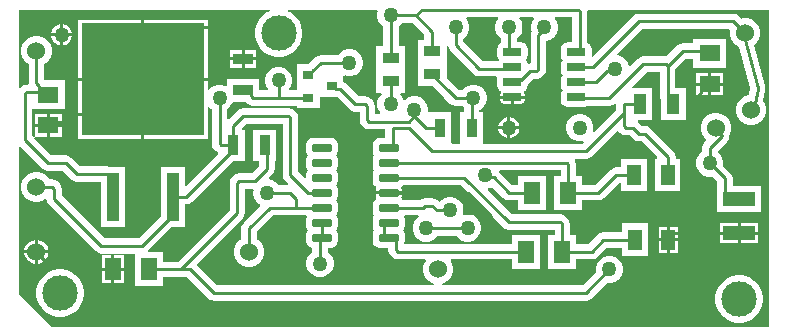
<source format=gtl>
G04*
G04 #@! TF.GenerationSoftware,Altium Limited,Altium Designer,23.2.1 (34)*
G04*
G04 Layer_Physical_Order=1*
G04 Layer_Color=255*
%FSLAX24Y24*%
%MOIN*%
G70*
G04*
G04 #@! TF.SameCoordinates,05F612E5-D9C9-4FC5-8177-6EA7AEB907BC*
G04*
G04*
G04 #@! TF.FilePolarity,Positive*
G04*
G01*
G75*
%ADD16R,0.1063X0.0472*%
%ADD17R,0.4114X0.3780*%
%ADD18R,0.0413X0.1614*%
%ADD19R,0.0709X0.0551*%
%ADD20R,0.0413X0.0669*%
G04:AMPARAMS|DCode=21|XSize=61mil|YSize=23.6mil|CornerRadius=2mil|HoleSize=0mil|Usage=FLASHONLY|Rotation=0.000|XOffset=0mil|YOffset=0mil|HoleType=Round|Shape=RoundedRectangle|*
%AMROUNDEDRECTD21*
21,1,0.0610,0.0196,0,0,0.0*
21,1,0.0570,0.0236,0,0,0.0*
1,1,0.0040,0.0285,-0.0098*
1,1,0.0040,-0.0285,-0.0098*
1,1,0.0040,-0.0285,0.0098*
1,1,0.0040,0.0285,0.0098*
%
%ADD21ROUNDEDRECTD21*%
%ADD22R,0.0534X0.0732*%
%ADD23R,0.0571X0.0374*%
%ADD24R,0.0354X0.0315*%
G04:AMPARAMS|DCode=25|XSize=25.6mil|YSize=65mil|CornerRadius=1.9mil|HoleSize=0mil|Usage=FLASHONLY|Rotation=90.000|XOffset=0mil|YOffset=0mil|HoleType=Round|Shape=RoundedRectangle|*
%AMROUNDEDRECTD25*
21,1,0.0256,0.0611,0,0,90.0*
21,1,0.0218,0.0650,0,0,90.0*
1,1,0.0038,0.0306,0.0109*
1,1,0.0038,0.0306,-0.0109*
1,1,0.0038,-0.0306,-0.0109*
1,1,0.0038,-0.0306,0.0109*
%
%ADD25ROUNDEDRECTD25*%
%ADD26R,0.0354X0.0630*%
%ADD27R,0.0376X0.0653*%
%ADD28R,0.0455X0.0692*%
%ADD29R,0.0653X0.0376*%
%ADD40C,0.0100*%
%ADD41C,0.0100*%
%ADD42C,0.1181*%
%ADD43C,0.0600*%
%ADD44C,0.0500*%
G36*
X16185Y9343D02*
X16174Y9332D01*
X16115Y9229D01*
X16084Y9115D01*
Y8996D01*
X16115Y8881D01*
X16174Y8778D01*
X16258Y8694D01*
X16279Y8682D01*
Y8535D01*
X16209Y8488D01*
X16160Y8415D01*
X16143Y8328D01*
Y8132D01*
X16160Y8046D01*
X16203Y7980D01*
X16172Y7934D01*
X15657D01*
X15020Y8571D01*
Y8682D01*
X15041Y8694D01*
X15125Y8778D01*
X15185Y8881D01*
X15215Y8996D01*
Y9115D01*
X15185Y9229D01*
X15125Y9332D01*
X15115Y9343D01*
X15134Y9389D01*
X16166D01*
X16185Y9343D01*
D02*
G37*
G36*
X17366D02*
X17355Y9332D01*
X17296Y9229D01*
X17265Y9115D01*
Y8996D01*
X17289Y8905D01*
X17283Y8895D01*
X17263Y8797D01*
Y7901D01*
X17246Y7857D01*
X17197Y7847D01*
X17155Y7875D01*
X17147Y7915D01*
X17104Y7980D01*
X17147Y8046D01*
X17165Y8132D01*
Y8328D01*
X17147Y8415D01*
X17098Y8488D01*
X17025Y8537D01*
X16939Y8554D01*
X16792D01*
Y8682D01*
X16813Y8694D01*
X16897Y8778D01*
X16956Y8881D01*
X16987Y8996D01*
Y9115D01*
X16956Y9229D01*
X16897Y9332D01*
X16886Y9343D01*
X16905Y9389D01*
X17347D01*
X17366Y9343D01*
D02*
G37*
G36*
X18641Y8554D02*
X18494D01*
X18408Y8537D01*
X18335Y8488D01*
X18286Y8415D01*
X18268Y8328D01*
Y8132D01*
X18286Y8046D01*
X18329Y7980D01*
X18286Y7915D01*
X18268Y7828D01*
Y7632D01*
X18286Y7546D01*
X18329Y7480D01*
X18286Y7415D01*
X18268Y7328D01*
Y7132D01*
X18286Y7046D01*
X18329Y6980D01*
X18286Y6915D01*
X18268Y6828D01*
Y6632D01*
X18286Y6546D01*
X18335Y6472D01*
X18408Y6423D01*
X18494Y6406D01*
X19065D01*
X19151Y6423D01*
X19170Y6436D01*
X19882D01*
X19980Y6456D01*
X20059Y6508D01*
X20077Y6504D01*
X20107Y6485D01*
Y6297D01*
X19379Y5569D01*
X19335Y5595D01*
X19349Y5649D01*
Y5768D01*
X19318Y5883D01*
X19259Y5986D01*
X19175Y6070D01*
X19072Y6129D01*
X18957Y6160D01*
X18838D01*
X18723Y6129D01*
X18620Y6070D01*
X18536Y5986D01*
X18477Y5883D01*
X18446Y5768D01*
Y5649D01*
X18477Y5534D01*
X18536Y5431D01*
X18620Y5347D01*
X18723Y5288D01*
X18838Y5257D01*
X18957D01*
X19011Y5272D01*
X19037Y5227D01*
X18988Y5178D01*
X15718D01*
X15674Y5192D01*
Y6225D01*
X15552D01*
Y6286D01*
X15632Y6332D01*
X15716Y6416D01*
X15775Y6519D01*
X15806Y6633D01*
Y6752D01*
X15775Y6867D01*
X15716Y6970D01*
X15632Y7054D01*
X15529Y7114D01*
X15414Y7144D01*
X15295D01*
X15180Y7114D01*
X15077Y7054D01*
X14993Y6970D01*
X14981Y6949D01*
X14870D01*
X14748Y7071D01*
X14748Y7071D01*
X14463Y7356D01*
Y7869D01*
Y8429D01*
X14513Y8434D01*
X14527Y8366D01*
X14582Y8283D01*
X15370Y7496D01*
X15453Y7440D01*
X15551Y7421D01*
X16110D01*
X16151Y7371D01*
X16143Y7328D01*
Y7132D01*
X16160Y7046D01*
X16209Y6972D01*
X16248Y6947D01*
X16279Y6918D01*
X16260Y6882D01*
X16255Y6875D01*
X16246Y6828D01*
Y6780D01*
X17061D01*
Y6828D01*
X17052Y6875D01*
X17047Y6882D01*
X17028Y6918D01*
X17060Y6947D01*
X17098Y6972D01*
X17147Y7046D01*
X17165Y7132D01*
Y7156D01*
X17353Y7344D01*
X17461D01*
X17559Y7364D01*
X17642Y7419D01*
X17701Y7478D01*
X17757Y7561D01*
X17776Y7659D01*
Y8604D01*
X17891Y8634D01*
X17994Y8694D01*
X18078Y8778D01*
X18137Y8881D01*
X18168Y8996D01*
Y9115D01*
X18137Y9229D01*
X18078Y9332D01*
X18067Y9343D01*
X18086Y9389D01*
X18641D01*
Y8554D01*
D02*
G37*
G36*
X25198Y59D02*
Y-935D01*
X1283D01*
X196Y152D01*
Y1034D01*
Y5080D01*
X246Y5100D01*
X1000Y4346D01*
X1000Y4346D01*
X1083Y4291D01*
X1181Y4271D01*
X1181Y4271D01*
X1665D01*
X1955Y3981D01*
X1955Y3981D01*
X2038Y3926D01*
X2137Y3906D01*
X2137Y3906D01*
X2922D01*
Y2397D01*
X3739D01*
Y4414D01*
X3199D01*
X3174Y4419D01*
X2243D01*
X1953Y4709D01*
X1870Y4765D01*
X1772Y4784D01*
X1287D01*
X697Y5374D01*
X730Y5412D01*
X775Y5412D01*
X1131D01*
Y5737D01*
X727D01*
Y5462D01*
X727Y5415D01*
X689Y5383D01*
X650Y5421D01*
Y6334D01*
X1737D01*
Y7288D01*
X1064D01*
X1058Y7297D01*
X1058Y7297D01*
X1044Y7311D01*
Y7837D01*
X1095Y7866D01*
X1189Y7960D01*
X1255Y8074D01*
X1289Y8202D01*
Y8334D01*
X1255Y8461D01*
X1189Y8576D01*
X1095Y8669D01*
X981Y8735D01*
X853Y8769D01*
X721D01*
X594Y8735D01*
X479Y8669D01*
X386Y8576D01*
X320Y8461D01*
X286Y8334D01*
Y8202D01*
X320Y8074D01*
X386Y7960D01*
X479Y7866D01*
X531Y7837D01*
Y7205D01*
X535Y7185D01*
X503Y7146D01*
X452D01*
X354Y7127D01*
X271Y7071D01*
X246Y7046D01*
X196Y7066D01*
Y9647D01*
X8562D01*
X8572Y9597D01*
X8483Y9560D01*
X8353Y9474D01*
X8243Y9363D01*
X8156Y9233D01*
X8097Y9089D01*
X8066Y8936D01*
Y8780D01*
X8097Y8627D01*
X8156Y8483D01*
X8243Y8353D01*
X8353Y8243D01*
X8483Y8156D01*
X8627Y8097D01*
X8780Y8066D01*
X8936D01*
X9089Y8097D01*
X9233Y8156D01*
X9363Y8243D01*
X9474Y8353D01*
X9560Y8483D01*
X9620Y8627D01*
X9650Y8780D01*
Y8936D01*
X9620Y9089D01*
X9560Y9233D01*
X9474Y9363D01*
X9363Y9474D01*
X9233Y9560D01*
X9145Y9597D01*
X9155Y9647D01*
X12138D01*
X12171Y9597D01*
X12147Y9508D01*
Y9389D01*
X12178Y9275D01*
X12237Y9172D01*
X12321Y9087D01*
X12342Y9075D01*
Y8421D01*
X12111D01*
Y7643D01*
Y6876D01*
X12269D01*
X12289Y6826D01*
X12237Y6773D01*
X12178Y6670D01*
X12147Y6556D01*
Y6437D01*
X12178Y6322D01*
X12237Y6219D01*
X12248Y6208D01*
X12229Y6162D01*
X12068D01*
Y6437D01*
X12048Y6536D01*
X11992Y6619D01*
X11934Y6677D01*
X11851Y6733D01*
X11752Y6753D01*
X11524D01*
X11080Y7196D01*
X11009Y7244D01*
Y7417D01*
X11025Y7433D01*
X11057Y7450D01*
X11161Y7422D01*
X11280D01*
X11395Y7453D01*
X11498Y7513D01*
X11582Y7597D01*
X11641Y7700D01*
X11672Y7815D01*
Y7933D01*
X11641Y8048D01*
X11582Y8151D01*
X11498Y8235D01*
X11395Y8295D01*
X11280Y8326D01*
X11161D01*
X11046Y8295D01*
X10943Y8235D01*
X10859Y8151D01*
X10847Y8131D01*
X10256D01*
X10158Y8111D01*
X10075Y8055D01*
X9839Y7820D01*
X9464D01*
Y7122D01*
X9464Y7072D01*
X9464Y7052D01*
Y6949D01*
X9228D01*
X9209Y6996D01*
X9220Y7006D01*
X9279Y7109D01*
X9310Y7224D01*
Y7343D01*
X9279Y7458D01*
X9220Y7561D01*
X9136Y7645D01*
X9033Y7704D01*
X8918Y7735D01*
X8799D01*
X8684Y7704D01*
X8581Y7645D01*
X8497Y7561D01*
X8437Y7458D01*
X8407Y7343D01*
Y7224D01*
X8437Y7109D01*
X8497Y7006D01*
X8508Y6996D01*
X8488Y6949D01*
X8205D01*
Y7348D01*
X7149D01*
Y7115D01*
X7106Y7090D01*
X7064Y7114D01*
X6949Y7145D01*
X6830D01*
X6715Y7114D01*
X6612Y7054D01*
X6538Y6980D01*
X6488Y6993D01*
Y7273D01*
X4381D01*
Y5333D01*
X6488D01*
Y6393D01*
X6538Y6406D01*
X6612Y6332D01*
X6633Y6320D01*
Y5177D01*
X6653Y5079D01*
X6708Y4995D01*
X6767Y4937D01*
X6767Y4937D01*
X6832Y4893D01*
X6844Y4835D01*
X5785Y3776D01*
X5739Y3795D01*
Y4414D01*
X4922D01*
Y2760D01*
X4191Y2028D01*
X3059D01*
X1634Y3453D01*
Y3682D01*
X1615Y3780D01*
X1559Y3863D01*
X1501Y3922D01*
X1418Y3977D01*
X1319Y3997D01*
X1218D01*
X1189Y4048D01*
X1095Y4142D01*
X981Y4208D01*
X853Y4242D01*
X721D01*
X594Y4208D01*
X479Y4142D01*
X386Y4048D01*
X320Y3934D01*
X286Y3806D01*
Y3674D01*
X320Y3547D01*
X386Y3432D01*
X479Y3339D01*
X594Y3273D01*
X721Y3239D01*
X853D01*
X981Y3273D01*
X1074Y3327D01*
X1125Y3309D01*
X1130Y3303D01*
X1141Y3248D01*
X1197Y3165D01*
X2771Y1590D01*
X2855Y1535D01*
X2953Y1515D01*
X2953Y1515D01*
X4069D01*
Y417D01*
X5006D01*
Y728D01*
X5799D01*
X6512Y15D01*
X6512Y15D01*
X6595Y-40D01*
X6595Y-40D01*
X6649Y-51D01*
X6693Y-60D01*
X19094D01*
X19193Y-40D01*
X19276Y15D01*
X19799Y539D01*
X19822Y533D01*
X19941D01*
X20056Y563D01*
X20159Y623D01*
X20243Y707D01*
X20303Y810D01*
X20333Y925D01*
Y1044D01*
X20303Y1159D01*
X20243Y1262D01*
X20159Y1346D01*
X20056Y1405D01*
X19941Y1436D01*
X19822D01*
X19708Y1405D01*
X19605Y1346D01*
X19521Y1262D01*
X19461Y1159D01*
X19430Y1044D01*
Y925D01*
X19437Y902D01*
X18988Y453D01*
X14323D01*
X14316Y503D01*
X14367Y517D01*
X14481Y583D01*
X14575Y676D01*
X14641Y791D01*
X14675Y918D01*
Y1050D01*
X14641Y1178D01*
X14588Y1268D01*
X14616Y1318D01*
X16647D01*
Y1007D01*
X17584D01*
Y2142D01*
X16647D01*
Y1831D01*
X13087D01*
X13050Y1881D01*
X13060Y1935D01*
Y2152D01*
X13043Y2238D01*
X13006Y2293D01*
X13043Y2348D01*
X13060Y2435D01*
Y2652D01*
X13043Y2737D01*
X13042Y2746D01*
X13070Y2787D01*
X13512D01*
X13525Y2737D01*
X13502Y2724D01*
X13418Y2639D01*
X13359Y2537D01*
X13328Y2422D01*
Y2303D01*
X13359Y2188D01*
X13418Y2085D01*
X13502Y2001D01*
X13605Y1941D01*
X13720Y1911D01*
X13839D01*
X13954Y1941D01*
X14057Y2001D01*
X14141Y2085D01*
X14153Y2106D01*
X14784D01*
X14796Y2085D01*
X14880Y2001D01*
X14983Y1941D01*
X15098Y1911D01*
X15217D01*
X15332Y1941D01*
X15435Y2001D01*
X15519Y2085D01*
X15578Y2188D01*
X15609Y2303D01*
Y2422D01*
X15578Y2537D01*
X15519Y2639D01*
X15435Y2724D01*
X15332Y2783D01*
X15217Y2814D01*
X15098D01*
X15038Y2798D01*
X15002Y2833D01*
X15019Y2893D01*
Y3012D01*
X14988Y3127D01*
X14928Y3230D01*
X14844Y3314D01*
X14741Y3374D01*
X14626Y3404D01*
X14507D01*
X14393Y3374D01*
X14290Y3314D01*
X14211Y3236D01*
X14158Y3290D01*
X14075Y3345D01*
X13976Y3365D01*
X13738D01*
X13738Y3365D01*
X13640Y3345D01*
X13572Y3300D01*
X13002D01*
X12994Y3311D01*
X12956Y3337D01*
X12946Y3386D01*
X12947Y3388D01*
X12957Y3435D01*
Y3493D01*
X12530D01*
X12102D01*
Y3435D01*
X12112Y3388D01*
X12113Y3386D01*
X12103Y3337D01*
X12065Y3311D01*
X12016Y3238D01*
X11999Y3152D01*
Y2935D01*
X12016Y2848D01*
X12053Y2793D01*
X12016Y2738D01*
X11999Y2652D01*
Y2435D01*
X12016Y2348D01*
X12053Y2293D01*
X12016Y2238D01*
X11999Y2152D01*
Y1935D01*
X12016Y1848D01*
X12065Y1775D01*
X12138Y1727D01*
X12224Y1709D01*
X12514D01*
Y1633D01*
X12533Y1535D01*
X12589Y1452D01*
X12647Y1393D01*
X12731Y1338D01*
X12829Y1318D01*
X13730D01*
X13758Y1268D01*
X13706Y1178D01*
X13672Y1050D01*
Y918D01*
X13706Y791D01*
X13772Y676D01*
X13865Y583D01*
X13980Y517D01*
X14030Y503D01*
X14023Y453D01*
X6799D01*
X6146Y1107D01*
Y1157D01*
X7662Y2673D01*
X7662Y2673D01*
X7717Y2756D01*
X7737Y2854D01*
Y3681D01*
X7993D01*
X8023Y3641D01*
X8013Y3603D01*
Y3484D01*
X8044Y3369D01*
X8103Y3266D01*
X8187Y3182D01*
X8243Y3150D01*
X8249Y3100D01*
X7693Y2544D01*
X7637Y2460D01*
X7618Y2362D01*
Y2006D01*
X7566Y1976D01*
X7473Y1883D01*
X7407Y1768D01*
X7372Y1641D01*
Y1509D01*
X7407Y1381D01*
X7473Y1267D01*
X7566Y1173D01*
X7680Y1107D01*
X7808Y1073D01*
X7940D01*
X8068Y1107D01*
X8182Y1173D01*
X8275Y1267D01*
X8341Y1381D01*
X8376Y1509D01*
Y1641D01*
X8341Y1768D01*
X8275Y1883D01*
X8182Y1976D01*
X8131Y2006D01*
Y2256D01*
X8661Y2787D01*
X9764D01*
X9793Y2746D01*
X9791Y2737D01*
X9774Y2652D01*
Y2435D01*
X9792Y2348D01*
X9828Y2293D01*
X9792Y2238D01*
X9774Y2152D01*
Y1935D01*
X9792Y1848D01*
X9840Y1775D01*
X9913Y1727D01*
X9980Y1713D01*
Y1554D01*
X9959Y1542D01*
X9875Y1458D01*
X9815Y1355D01*
X9785Y1241D01*
Y1122D01*
X9815Y1007D01*
X9875Y904D01*
X9959Y820D01*
X10062Y760D01*
X10177Y730D01*
X10296D01*
X10411Y760D01*
X10513Y820D01*
X10598Y904D01*
X10657Y1007D01*
X10688Y1122D01*
Y1241D01*
X10657Y1355D01*
X10598Y1458D01*
X10513Y1542D01*
X10493Y1554D01*
Y1709D01*
X10611D01*
X10697Y1727D01*
X10770Y1775D01*
X10819Y1848D01*
X10836Y1935D01*
Y2152D01*
X10819Y2238D01*
X10782Y2293D01*
X10819Y2348D01*
X10836Y2435D01*
Y2652D01*
X10819Y2738D01*
X10782Y2793D01*
X10819Y2848D01*
X10836Y2935D01*
Y3152D01*
X10819Y3238D01*
X10782Y3293D01*
X10819Y3348D01*
X10836Y3435D01*
Y3652D01*
X10819Y3738D01*
X10782Y3793D01*
X10819Y3848D01*
X10836Y3935D01*
Y4152D01*
X10819Y4238D01*
X10782Y4293D01*
X10819Y4348D01*
X10836Y4435D01*
Y4652D01*
X10819Y4738D01*
X10782Y4793D01*
X10819Y4848D01*
X10836Y4935D01*
Y5152D01*
X10819Y5238D01*
X10770Y5311D01*
X10697Y5360D01*
X10611Y5377D01*
X9999D01*
X9913Y5360D01*
X9840Y5311D01*
X9792Y5238D01*
X9774Y5152D01*
Y4935D01*
X9792Y4848D01*
X9828Y4793D01*
X9792Y4738D01*
X9774Y4652D01*
Y4435D01*
X9792Y4348D01*
X9828Y4293D01*
X9792Y4238D01*
X9774Y4152D01*
Y4039D01*
X9728Y4020D01*
X9508Y4240D01*
Y6044D01*
X9489Y6142D01*
X9433Y6225D01*
X9375Y6284D01*
X9292Y6339D01*
X9193Y6359D01*
X7677D01*
X7579Y6339D01*
X7496Y6284D01*
X7196Y5984D01*
X7146Y6005D01*
Y6320D01*
X7167Y6332D01*
X7251Y6416D01*
X7311Y6519D01*
X7324Y6568D01*
X7774D01*
X7831Y6512D01*
X7914Y6456D01*
X8012Y6436D01*
X9464D01*
Y6354D01*
X10221D01*
Y6690D01*
X10251Y6728D01*
X10271Y6728D01*
X10823D01*
X11236Y6315D01*
X11319Y6259D01*
X11417Y6240D01*
X11555D01*
Y5964D01*
X11574Y5866D01*
X11630Y5783D01*
X11688Y5724D01*
X11771Y5669D01*
X11870Y5649D01*
X12400D01*
Y5377D01*
X12224D01*
X12138Y5360D01*
X12065Y5311D01*
X12016Y5238D01*
X11999Y5152D01*
Y4935D01*
X12016Y4848D01*
X12053Y4793D01*
X12016Y4738D01*
X11999Y4652D01*
Y4435D01*
X12016Y4348D01*
X12053Y4293D01*
X12016Y4238D01*
X11999Y4152D01*
Y3935D01*
X12016Y3848D01*
X12065Y3775D01*
X12103Y3750D01*
X12113Y3701D01*
X12112Y3699D01*
X12102Y3652D01*
Y3593D01*
X12530D01*
X12957D01*
Y3652D01*
X12947Y3699D01*
X12946Y3701D01*
X12956Y3750D01*
X12994Y3775D01*
X13002Y3787D01*
X14945D01*
X16354Y2378D01*
X16437Y2322D01*
X16535Y2303D01*
X16535Y2303D01*
X18061D01*
Y2142D01*
X17849D01*
Y1007D01*
X18786D01*
Y1318D01*
X19291D01*
X19389Y1338D01*
X19473Y1393D01*
X19791Y1712D01*
X20298D01*
Y1421D01*
X21157D01*
Y2516D01*
X20298D01*
Y2225D01*
X19685D01*
X19587Y2205D01*
X19504Y2150D01*
X19185Y1831D01*
X18786D01*
Y2142D01*
X18574D01*
Y2500D01*
X18554Y2599D01*
X18499Y2682D01*
X18440Y2740D01*
X18357Y2796D01*
X18259Y2816D01*
X16642D01*
X15823Y3635D01*
X15838Y3690D01*
X15922Y3713D01*
X15973Y3743D01*
X16354Y3362D01*
X16354Y3362D01*
X16437Y3306D01*
X16535Y3287D01*
X16535Y3287D01*
X16844D01*
Y2976D01*
X17781D01*
Y4111D01*
X16844D01*
Y3800D01*
X16642D01*
X16205Y4237D01*
X16205Y4245D01*
X16221Y4287D01*
X18258D01*
Y4111D01*
X18046D01*
Y2976D01*
X18983D01*
Y3287D01*
X19517D01*
X19615Y3306D01*
X19699Y3362D01*
X20214Y3877D01*
X20269D01*
Y3586D01*
X21128D01*
Y4682D01*
X20269D01*
Y4390D01*
X20108D01*
X20108Y4390D01*
X20010Y4371D01*
X19926Y4315D01*
X19926Y4315D01*
X19411Y3800D01*
X18983D01*
Y4111D01*
X18771D01*
Y4485D01*
X18751Y4583D01*
X18726Y4621D01*
X18750Y4665D01*
X19094D01*
X19193Y4684D01*
X19276Y4740D01*
X20130Y5594D01*
X20167Y5591D01*
X20187Y5581D01*
X20241Y5527D01*
X20324Y5472D01*
X20422Y5452D01*
X20563D01*
X20685Y5330D01*
X20768Y5275D01*
X20866Y5255D01*
X20957D01*
X21484Y4728D01*
X21465Y4682D01*
X21392D01*
Y3586D01*
X22250D01*
Y4682D01*
X22107D01*
Y4724D01*
X22087Y4823D01*
X22032Y4906D01*
X22032Y4906D01*
X21244Y5693D01*
X21161Y5749D01*
X21063Y5768D01*
X20972D01*
X20851Y5890D01*
X20821Y5910D01*
X20836Y5960D01*
X21304D01*
Y7032D01*
X20649D01*
X20630Y7078D01*
X21125Y7574D01*
X21572D01*
Y6740D01*
X21591Y6642D01*
X21609Y6615D01*
Y5960D01*
X22426D01*
Y7032D01*
X22085D01*
Y7668D01*
X22428Y8011D01*
X22672D01*
Y7712D01*
X23784D01*
Y8666D01*
X22672D01*
Y8524D01*
X22322D01*
X22224Y8505D01*
X22141Y8449D01*
X21777Y8086D01*
X21772Y8087D01*
X21019D01*
X20921Y8067D01*
X20838Y8011D01*
X20838Y8011D01*
X20578Y7752D01*
X20522Y7767D01*
X20500Y7851D01*
X20440Y7954D01*
X20356Y8039D01*
X20253Y8098D01*
X20168Y8121D01*
X20153Y8176D01*
X20972Y8995D01*
X23876D01*
X23914Y8947D01*
X23908Y8924D01*
Y8792D01*
X23942Y8665D01*
X24008Y8550D01*
X24101Y8457D01*
X24202Y8399D01*
X24567Y7018D01*
X24523Y6796D01*
X24413Y6767D01*
X24298Y6701D01*
X24205Y6607D01*
X24139Y6493D01*
X24105Y6365D01*
Y6233D01*
X24139Y6106D01*
X24205Y5991D01*
X24298Y5898D01*
X24413Y5832D01*
X24540Y5798D01*
X24672D01*
X24800Y5832D01*
X24914Y5898D01*
X25008Y5991D01*
X25074Y6106D01*
X25108Y6233D01*
Y6365D01*
X25074Y6493D01*
X25008Y6606D01*
X25077Y6953D01*
X25079Y6963D01*
X25079Y6988D01*
X25084Y7013D01*
Y7036D01*
X25079Y7061D01*
X25079Y7063D01*
X25079Y7065D01*
X25078Y7069D01*
X25076Y7102D01*
X24717Y8457D01*
X24811Y8550D01*
X24877Y8665D01*
X24911Y8792D01*
Y8924D01*
X24877Y9052D01*
X24811Y9166D01*
X24717Y9260D01*
X24603Y9326D01*
X24475Y9360D01*
X24343D01*
X24286Y9344D01*
X24197Y9433D01*
X24114Y9489D01*
X24016Y9508D01*
X20866D01*
X20866Y9508D01*
X20768Y9489D01*
X20685Y9433D01*
X19331Y8080D01*
X19285Y8104D01*
X19291Y8132D01*
Y8328D01*
X19273Y8415D01*
X19224Y8488D01*
X19154Y8535D01*
Y9587D01*
X19150Y9608D01*
X19182Y9647D01*
X25198D01*
Y59D01*
D02*
G37*
G36*
X13720Y8801D02*
Y8646D01*
X13489D01*
Y7869D01*
Y7102D01*
X13992D01*
X14386Y6708D01*
X14386Y6708D01*
X14582Y6512D01*
X14666Y6456D01*
X14764Y6436D01*
X14764Y6436D01*
X14981D01*
X14993Y6416D01*
X15039Y6369D01*
Y6225D01*
X14917D01*
Y5192D01*
X14872Y5178D01*
X14655D01*
X14611Y5192D01*
Y6225D01*
X13885D01*
X13849Y6236D01*
X13837Y6269D01*
Y6359D01*
X13807Y6474D01*
X13747Y6576D01*
X13663Y6661D01*
X13560Y6720D01*
X13445Y6751D01*
X13326D01*
X13212Y6720D01*
X13109Y6661D01*
X13076Y6628D01*
X13027Y6640D01*
X13019Y6670D01*
X12960Y6773D01*
X12907Y6826D01*
X12928Y6876D01*
X13085D01*
Y7643D01*
Y8421D01*
X12855D01*
Y9075D01*
X12876Y9087D01*
X12960Y9172D01*
X12972Y9192D01*
X13329D01*
X13720Y8801D01*
D02*
G37*
G36*
X8995Y4134D02*
X9015Y4036D01*
X9071Y3952D01*
X9177Y3846D01*
X9158Y3800D01*
X8838D01*
X8826Y3821D01*
X8742Y3905D01*
X8639Y3964D01*
X8554Y3987D01*
X8539Y4043D01*
X8646Y4149D01*
X8702Y4233D01*
X8721Y4331D01*
Y4590D01*
X8786D01*
Y5646D01*
X8006D01*
Y4590D01*
X8208D01*
Y4437D01*
X7965Y4194D01*
X7539D01*
X7441Y4174D01*
X7358Y4118D01*
X7299Y4060D01*
X7243Y3977D01*
X7224Y3878D01*
Y2961D01*
X5504Y1241D01*
X5006D01*
Y1552D01*
X4506D01*
X4490Y1602D01*
X5285Y2397D01*
X5739D01*
Y3149D01*
X5778D01*
X5876Y3169D01*
X5959Y3224D01*
X7325Y4590D01*
X7742D01*
Y5646D01*
X7654D01*
X7634Y5696D01*
X7783Y5846D01*
X8995D01*
Y4134D01*
D02*
G37*
%LPC*%
G36*
X17061Y6680D02*
X16704D01*
Y6510D01*
X16939D01*
X16985Y6519D01*
X17025Y6546D01*
X17052Y6585D01*
X17061Y6632D01*
Y6680D01*
D02*
G37*
G36*
X16604D02*
X16246D01*
Y6632D01*
X16255Y6585D01*
X16282Y6546D01*
X16322Y6519D01*
X16368Y6510D01*
X16604D01*
Y6680D01*
D02*
G37*
G36*
X16585Y6058D02*
Y5759D01*
X16884D01*
X16862Y5844D01*
X16816Y5924D01*
X16750Y5989D01*
X16671Y6035D01*
X16585Y6058D01*
D02*
G37*
G36*
X16485D02*
X16400Y6035D01*
X16321Y5989D01*
X16255Y5924D01*
X16209Y5844D01*
X16186Y5759D01*
X16485D01*
Y6058D01*
D02*
G37*
G36*
X16884Y5659D02*
X16585D01*
Y5360D01*
X16671Y5383D01*
X16750Y5429D01*
X16816Y5494D01*
X16862Y5574D01*
X16884Y5659D01*
D02*
G37*
G36*
X16485D02*
X16186D01*
X16209Y5574D01*
X16255Y5494D01*
X16321Y5429D01*
X16400Y5383D01*
X16485Y5360D01*
Y5659D01*
D02*
G37*
G36*
X1675Y9157D02*
Y8858D01*
X1974D01*
X1951Y8943D01*
X1905Y9023D01*
X1840Y9088D01*
X1760Y9134D01*
X1675Y9157D01*
D02*
G37*
G36*
X1575D02*
X1490Y9134D01*
X1410Y9088D01*
X1345Y9023D01*
X1299Y8943D01*
X1276Y8858D01*
X1575D01*
Y9157D01*
D02*
G37*
G36*
X1974Y8758D02*
X1675D01*
Y8459D01*
X1760Y8482D01*
X1840Y8528D01*
X1905Y8593D01*
X1951Y8673D01*
X1974Y8758D01*
D02*
G37*
G36*
X1575D02*
X1276D01*
X1299Y8673D01*
X1345Y8593D01*
X1410Y8528D01*
X1490Y8482D01*
X1575Y8459D01*
Y8758D01*
D02*
G37*
G36*
X8104Y8291D02*
X7727D01*
Y8052D01*
X8104D01*
Y8291D01*
D02*
G37*
G36*
X7627D02*
X7251D01*
Y8052D01*
X7627D01*
Y8291D01*
D02*
G37*
G36*
X8104Y7952D02*
X7727D01*
Y7714D01*
X8104D01*
Y7952D01*
D02*
G37*
G36*
X7627D02*
X7251D01*
Y7714D01*
X7627D01*
Y7952D01*
D02*
G37*
G36*
X6488Y9313D02*
X4381D01*
Y7373D01*
X6488D01*
Y9313D01*
D02*
G37*
G36*
X4281D02*
X2174D01*
Y7373D01*
X4281D01*
Y9313D01*
D02*
G37*
G36*
X23683Y7541D02*
X23278D01*
Y7215D01*
X23683D01*
Y7541D01*
D02*
G37*
G36*
X23178D02*
X22774D01*
Y7215D01*
X23178D01*
Y7541D01*
D02*
G37*
G36*
X23683Y7115D02*
X23278D01*
Y6790D01*
X23683D01*
Y7115D01*
D02*
G37*
G36*
X23178D02*
X22774D01*
Y6790D01*
X23178D01*
Y7115D01*
D02*
G37*
G36*
X1635Y6163D02*
X1231D01*
Y5837D01*
X1635D01*
Y6163D01*
D02*
G37*
G36*
X1131D02*
X727D01*
Y5837D01*
X1131D01*
Y6163D01*
D02*
G37*
G36*
X1635Y5737D02*
X1231D01*
Y5412D01*
X1635D01*
Y5737D01*
D02*
G37*
G36*
X4281Y7273D02*
X2174D01*
Y5333D01*
X4281D01*
Y7273D01*
D02*
G37*
G36*
X23491Y6210D02*
X23359D01*
X23232Y6176D01*
X23117Y6110D01*
X23024Y6017D01*
X22958Y5902D01*
X22924Y5775D01*
Y5643D01*
X22958Y5515D01*
X23024Y5401D01*
X23117Y5307D01*
X23120Y5284D01*
X23047Y5211D01*
X22991Y5128D01*
X22972Y5030D01*
Y4901D01*
X22951Y4889D01*
X22867Y4805D01*
X22808Y4702D01*
X22777Y4587D01*
Y4468D01*
X22808Y4353D01*
X22867Y4250D01*
X22951Y4166D01*
X23054Y4107D01*
X23169Y4076D01*
X23288D01*
X23311Y4082D01*
X23475Y3919D01*
Y3513D01*
X23480Y3488D01*
Y2889D01*
X24946D01*
Y3765D01*
X23988D01*
Y4025D01*
X23988Y4025D01*
X23968Y4123D01*
X23912Y4206D01*
X23674Y4445D01*
X23680Y4468D01*
Y4587D01*
X23649Y4702D01*
X23590Y4805D01*
X23506Y4889D01*
X23506Y4945D01*
X23803Y5242D01*
X23818Y5264D01*
X23837Y5284D01*
X23846Y5306D01*
X23859Y5325D01*
X23864Y5352D01*
X23874Y5377D01*
X23874Y5400D01*
X23879Y5423D01*
X23873Y5450D01*
X23873Y5477D01*
X23872Y5479D01*
X23893Y5515D01*
X23927Y5643D01*
Y5775D01*
X23893Y5902D01*
X23827Y6017D01*
X23733Y6110D01*
X23619Y6176D01*
X23491Y6210D01*
D02*
G37*
G36*
X24844Y2521D02*
X24263D01*
Y2235D01*
X24844D01*
Y2521D01*
D02*
G37*
G36*
X24163D02*
X23581D01*
Y2235D01*
X24163D01*
Y2521D01*
D02*
G37*
G36*
X22178Y2415D02*
X21900D01*
Y2018D01*
X22178D01*
Y2415D01*
D02*
G37*
G36*
X21800D02*
X21523D01*
Y2018D01*
X21800D01*
Y2415D01*
D02*
G37*
G36*
X24844Y2135D02*
X24263D01*
Y1849D01*
X24844D01*
Y2135D01*
D02*
G37*
G36*
X24163D02*
X23581D01*
Y1849D01*
X24163D01*
Y2135D01*
D02*
G37*
G36*
X840Y1975D02*
X837D01*
Y1625D01*
X1187D01*
Y1627D01*
X1160Y1729D01*
X1107Y1820D01*
X1033Y1895D01*
X942Y1948D01*
X840Y1975D01*
D02*
G37*
G36*
X737D02*
X735D01*
X633Y1948D01*
X542Y1895D01*
X467Y1820D01*
X415Y1729D01*
X387Y1627D01*
Y1625D01*
X737D01*
Y1975D01*
D02*
G37*
G36*
X22178Y1919D02*
X21900D01*
Y1522D01*
X22178D01*
Y1919D01*
D02*
G37*
G36*
X21800D02*
X21523D01*
Y1522D01*
X21800D01*
Y1919D01*
D02*
G37*
G36*
X1187Y1525D02*
X837D01*
Y1175D01*
X840D01*
X942Y1202D01*
X1033Y1255D01*
X1107Y1329D01*
X1160Y1420D01*
X1187Y1522D01*
Y1525D01*
D02*
G37*
G36*
X737D02*
X387D01*
Y1522D01*
X415Y1420D01*
X467Y1329D01*
X542Y1255D01*
X633Y1202D01*
X735Y1175D01*
X737D01*
Y1525D01*
D02*
G37*
G36*
X3703Y1450D02*
X3386D01*
Y1034D01*
X3703D01*
Y1450D01*
D02*
G37*
G36*
X3286D02*
X2969D01*
Y1034D01*
X3286D01*
Y1450D01*
D02*
G37*
G36*
X3703Y934D02*
X3386D01*
Y518D01*
X3703D01*
Y934D01*
D02*
G37*
G36*
X3286D02*
X2969D01*
Y518D01*
X3286D01*
Y934D01*
D02*
G37*
G36*
X1653Y989D02*
X1497D01*
X1344Y959D01*
X1200Y899D01*
X1070Y812D01*
X960Y702D01*
X873Y572D01*
X813Y428D01*
X783Y275D01*
Y119D01*
X813Y-34D01*
X873Y-178D01*
X960Y-308D01*
X1070Y-418D01*
X1200Y-505D01*
X1344Y-565D01*
X1497Y-595D01*
X1653D01*
X1806Y-565D01*
X1950Y-505D01*
X2080Y-418D01*
X2190Y-308D01*
X2277Y-178D01*
X2336Y-34D01*
X2367Y119D01*
Y275D01*
X2336Y428D01*
X2277Y572D01*
X2190Y702D01*
X2080Y812D01*
X1950Y899D01*
X1806Y959D01*
X1653Y989D01*
D02*
G37*
G36*
X24291Y792D02*
X24135D01*
X23982Y762D01*
X23837Y702D01*
X23708Y615D01*
X23597Y505D01*
X23511Y375D01*
X23451Y231D01*
X23420Y78D01*
Y-78D01*
X23451Y-231D01*
X23511Y-375D01*
X23597Y-505D01*
X23708Y-615D01*
X23837Y-702D01*
X23982Y-762D01*
X24135Y-792D01*
X24291D01*
X24444Y-762D01*
X24588Y-702D01*
X24718Y-615D01*
X24828Y-505D01*
X24915Y-375D01*
X24974Y-231D01*
X25005Y-78D01*
Y78D01*
X24974Y231D01*
X24915Y375D01*
X24828Y505D01*
X24718Y615D01*
X24588Y702D01*
X24444Y762D01*
X24291Y792D01*
D02*
G37*
%LPD*%
D16*
X24213Y3327D02*
D03*
Y2185D02*
D03*
D17*
X4331Y7323D02*
D03*
D18*
X5331Y3406D02*
D03*
X3331D02*
D03*
D19*
X1181Y6811D02*
D03*
Y5787D02*
D03*
X23228Y8189D02*
D03*
Y7165D02*
D03*
D20*
X20896Y6496D02*
D03*
X22018D02*
D03*
D21*
X18780Y8230D02*
D03*
Y7730D02*
D03*
Y7230D02*
D03*
Y6730D02*
D03*
X16654D02*
D03*
Y7230D02*
D03*
Y7730D02*
D03*
Y8230D02*
D03*
D22*
X18317Y1575D02*
D03*
X17116D02*
D03*
X18514Y3543D02*
D03*
X17313D02*
D03*
X3336Y984D02*
D03*
X4538D02*
D03*
D23*
X13976Y7490D02*
D03*
Y8258D02*
D03*
X12598Y8032D02*
D03*
Y7264D02*
D03*
D24*
X9843Y7461D02*
D03*
Y6713D02*
D03*
X10630Y7087D02*
D03*
D25*
X12530Y2043D02*
D03*
Y2543D02*
D03*
Y3043D02*
D03*
Y3543D02*
D03*
Y4043D02*
D03*
Y4543D02*
D03*
Y5043D02*
D03*
X10305Y2043D02*
D03*
Y2543D02*
D03*
Y3043D02*
D03*
Y3543D02*
D03*
Y4043D02*
D03*
Y4543D02*
D03*
Y5043D02*
D03*
D26*
X14232Y5709D02*
D03*
X15295D02*
D03*
D27*
X7352Y5118D02*
D03*
X8396D02*
D03*
D28*
X20727Y1969D02*
D03*
X21850D02*
D03*
X21821Y4134D02*
D03*
X20698D02*
D03*
D29*
X7677Y6958D02*
D03*
Y8002D02*
D03*
D40*
X24373Y8769D02*
D03*
D41*
X8858Y6693D02*
Y7283D01*
X6063Y9055D02*
X6890D01*
X3159Y6152D02*
X6063Y9055D01*
X787Y1575D02*
X1181Y1181D01*
X3139D02*
X3336Y984D01*
X17520Y8797D02*
X17717Y8993D01*
X17246Y7601D02*
X17461D01*
X17717Y8993D02*
Y9055D01*
X17520Y7659D02*
Y8797D01*
X17461Y7601D02*
X17520Y7659D01*
X1378Y3346D02*
Y3682D01*
X2953Y1772D02*
X4297D01*
X1378Y3346D02*
X2953Y1772D01*
X4297D02*
X5331Y2805D01*
X1181Y4528D02*
X1772D01*
X394Y5315D02*
Y6831D01*
Y5315D02*
X1181Y4528D01*
X16929Y7283D02*
X17246Y7601D01*
X15551Y7677D02*
X16643D01*
X19435Y7230D02*
X19805Y7601D01*
X20002D02*
X20079Y7677D01*
X18780Y7230D02*
X19435D01*
X19805Y7601D02*
X20002D01*
X20866Y9252D02*
X24016D01*
X18780Y7730D02*
X19344D01*
X20866Y9252D01*
X18817Y6693D02*
X19882D01*
X21019Y7830D01*
X21772D01*
X18780Y6730D02*
X18817Y6693D01*
X24699Y6371D02*
X24826Y7004D01*
X24373Y8796D02*
X24387Y8819D01*
X24373Y8769D02*
X24373Y8756D01*
X24826Y7004D02*
X24828Y7013D01*
X24373Y8756D02*
X24828Y7036D01*
Y7013D02*
Y7036D01*
X24387Y8819D02*
X24409Y8858D01*
X24373Y8769D02*
X24373Y8796D01*
X452Y6890D02*
X1024D01*
X1102Y6811D01*
X877Y7037D02*
X1024Y6890D01*
X787Y7205D02*
Y8268D01*
X877Y7037D02*
Y7115D01*
X1102Y6811D02*
X1181D01*
X787Y7205D02*
X877Y7115D01*
X394Y6831D02*
X452Y6890D01*
X1772Y4528D02*
X2137Y4163D01*
X2018Y6152D02*
X3159D01*
X1299Y5906D02*
X1772D01*
X1181Y5787D02*
X1299Y5906D01*
X1772D02*
X2018Y6152D01*
X22589Y3199D02*
Y6526D01*
X22924Y6861D01*
X23228Y4528D02*
X23731Y4025D01*
Y3513D02*
Y4025D01*
X23228Y4528D02*
Y5030D01*
X23622Y5423D01*
X23425Y5709D02*
X23622Y5423D01*
X23731Y3513D02*
X23898Y3346D01*
X24016D01*
X24606Y6299D02*
X24663Y6337D01*
X24671Y6342D01*
X24699Y6371D01*
X3331Y3406D02*
Y4006D01*
X3174Y4163D02*
X3331Y4006D01*
X2137Y4163D02*
X3174D01*
X7677Y8002D02*
Y8290D01*
X7954Y6751D02*
Y6820D01*
X7815Y6958D02*
X7954Y6820D01*
X7677Y6958D02*
X7815D01*
X7954Y6751D02*
X8012Y6693D01*
X8858D01*
X10256Y7874D02*
X11220D01*
X15748Y4134D02*
X15825Y4057D01*
X16535Y3543D02*
X17313D01*
X16021Y4057D02*
X16535Y3543D01*
X15825Y4057D02*
X16021D01*
X9252Y4134D02*
Y6044D01*
X7677Y6102D02*
X9193D01*
X9252Y6044D01*
Y4134D02*
X9843Y3543D01*
X7352Y5777D02*
X7677Y6102D01*
X5906Y984D02*
X6693Y197D01*
X19094D02*
X19882Y984D01*
X6693Y197D02*
X19094D01*
X7539Y3937D02*
X8071D01*
X8465Y4331D02*
Y5050D01*
X8071Y3937D02*
X8465Y4331D01*
X7480Y2854D02*
Y3878D01*
X7539Y3937D01*
X8396Y5118D02*
X8465Y5050D01*
X5610Y984D02*
X7480Y2854D01*
X5610Y984D02*
X5906D01*
X4538D02*
X5610D01*
X12692Y2043D02*
X12770Y1965D01*
Y1633D02*
Y1965D01*
X12530Y2043D02*
X12692D01*
X12829Y1575D02*
X17116D01*
X12770Y1633D02*
X12829Y1575D01*
X10236Y1181D02*
Y2059D01*
X12657Y5709D02*
X13189D01*
X12530Y5043D02*
X12579D01*
X12657Y5121D01*
Y5709D01*
X13189D02*
X13976Y4921D01*
X19094D01*
X20364Y6190D01*
X13189Y5906D02*
X13386Y6102D01*
X11811Y5964D02*
Y6437D01*
X11870Y5906D02*
X13189D01*
X11811Y5964D02*
X11870Y5906D01*
X13386Y6102D02*
Y6299D01*
X12598Y6496D02*
X12598Y6496D01*
Y7087D01*
X13780Y5709D02*
X14232D01*
X13386Y6102D02*
X13780Y5709D01*
X11752Y6496D02*
X11811Y6437D01*
X16535Y6662D02*
X16604Y6730D01*
X16654D01*
X16535Y8298D02*
Y9055D01*
X16604Y8230D02*
X16654D01*
X16535Y8298D02*
X16604Y8230D01*
X18839Y9646D02*
X18898Y9587D01*
Y8298D02*
Y9587D01*
X13632Y9646D02*
X18839D01*
X13435Y9449D02*
X13632Y9646D01*
X18780Y8230D02*
X18830D01*
X18898Y8298D01*
X21828Y6740D02*
X22047Y6521D01*
X14764Y8465D02*
Y9055D01*
Y8465D02*
X15551Y7677D01*
X9252Y3543D02*
X9449Y3346D01*
X8465Y3543D02*
X9252D01*
X16535Y2559D02*
X18259D01*
X15051Y4043D02*
X16535Y2559D01*
X12362Y4043D02*
X15051D01*
X13976Y3108D02*
X14132Y2953D01*
X14567D01*
X13738Y3108D02*
X13976D01*
X13673Y3043D02*
X13738Y3108D01*
X12530Y3043D02*
X13673D01*
X13780Y2362D02*
X15157D01*
X15157Y3543D02*
X15945Y2756D01*
X12530Y3543D02*
X15157D01*
X20422Y5709D02*
X20669D01*
X20866Y5512D02*
X21063D01*
X21850Y4724D01*
X20669Y5709D02*
X20866Y5512D01*
X21850Y4331D02*
Y4724D01*
X20364Y5767D02*
X20422Y5709D01*
X20364Y5767D02*
Y6190D01*
Y6496D02*
X20954D01*
X22924Y6940D02*
X23150Y7165D01*
X22924Y6861D02*
Y6940D01*
X23150Y7165D02*
X23228D01*
X22322Y8268D02*
X23031D01*
X21828Y7774D02*
X22322Y8268D01*
X21828Y6740D02*
Y7774D01*
X21772Y7830D02*
X21828Y7774D01*
X24016Y9252D02*
X24409Y8858D01*
X12530Y4543D02*
X18456D01*
X12362D02*
X12530D01*
X20108Y4134D02*
X20669D01*
X21850Y2953D02*
X22096Y3199D01*
X22589D01*
X21850Y2007D02*
Y2953D01*
X15296Y5709D02*
Y6693D01*
X13976Y7480D02*
X14567Y6890D01*
X10305Y3543D02*
X10472D01*
X9843D02*
X10305D01*
X15945Y2362D02*
Y2756D01*
X20364Y6190D02*
Y6496D01*
X15354Y6693D02*
X15354Y6693D01*
X15296Y6693D02*
X15354D01*
X22028Y2185D02*
X24016D01*
X18456Y4543D02*
X18514Y4485D01*
Y3543D02*
Y4485D01*
X19517Y3543D02*
X20108Y4134D01*
X18514Y3543D02*
X19517D01*
X18317Y1575D02*
Y2500D01*
X18259Y2559D02*
X18317Y2500D01*
X9970Y7588D02*
X10256Y7874D01*
X9862Y7461D02*
X9970Y7568D01*
X9843Y7461D02*
X9862D01*
X9970Y7568D02*
Y7588D01*
X10736Y7036D02*
X10757Y7015D01*
X10899D02*
X11417Y6496D01*
X10736Y7036D02*
Y7087D01*
X10757Y7015D02*
X10899D01*
X11417Y6496D02*
X11752D01*
X8858Y6693D02*
X9823D01*
X9843Y6713D01*
X787Y3740D02*
X1319D01*
X1378Y3682D01*
X5331Y2805D02*
Y3406D01*
X9449Y3043D02*
X10472D01*
X8555D02*
X9449D01*
Y3346D01*
X13976Y8268D02*
Y8907D01*
X12362Y2043D02*
Y2543D01*
X10305Y2043D02*
Y2543D01*
X23228Y1555D02*
Y2165D01*
X21850Y2007D02*
X22028Y2185D01*
X21850Y1969D02*
Y2007D01*
X19685Y1969D02*
X20531D01*
X13435Y9449D02*
X13976Y8907D01*
X12598Y8210D02*
Y9449D01*
X13435D01*
X15295Y5709D02*
X15296Y5709D01*
X14764Y6693D02*
X15296D01*
X14567Y6890D02*
X14764Y6693D01*
X14567Y6890D02*
Y6890D01*
X19291Y1575D02*
X19685Y1969D01*
X18317Y1575D02*
X19291D01*
X6890Y5177D02*
Y6693D01*
Y5177D02*
X6948Y5118D01*
X7352D01*
Y4980D02*
Y5118D01*
Y5777D01*
X7874Y2362D02*
X8555Y3043D01*
X7874Y1575D02*
Y2362D01*
X5778Y3406D02*
X7352Y4980D01*
X5331Y3406D02*
X5778D01*
D42*
X8858Y8858D02*
D03*
X24213Y0D02*
D03*
X1575Y197D02*
D03*
D43*
X787Y8268D02*
D03*
X24606Y6299D02*
D03*
X23425Y5709D02*
D03*
X787Y3740D02*
D03*
X14173Y984D02*
D03*
X24409Y8858D02*
D03*
X7874Y1575D02*
D03*
X787D02*
D03*
D44*
X1625Y8808D02*
D03*
X8858Y7283D02*
D03*
X17717Y9055D02*
D03*
X16535Y5709D02*
D03*
X20079Y7677D02*
D03*
X23228Y4528D02*
D03*
X11220Y7874D02*
D03*
X10236Y1181D02*
D03*
X13386Y6299D02*
D03*
X12598Y6496D02*
D03*
X16535Y9055D02*
D03*
X18898Y5709D02*
D03*
X8465Y3543D02*
D03*
X14567Y2953D02*
D03*
X15157Y2362D02*
D03*
X13780D02*
D03*
X19882Y984D02*
D03*
X14764Y9055D02*
D03*
X15354Y6693D02*
D03*
X12598Y9449D02*
D03*
X15748Y4134D02*
D03*
X6890Y6693D02*
D03*
M02*

</source>
